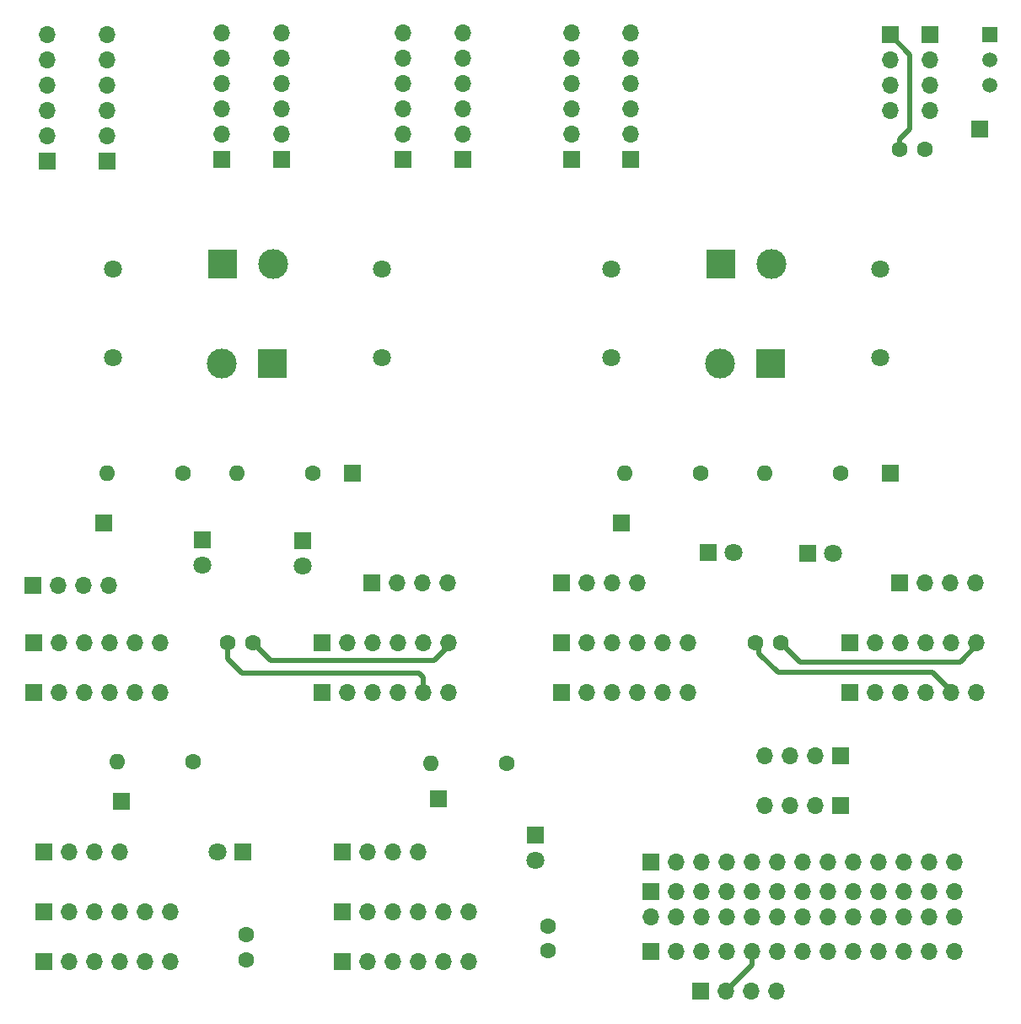
<source format=gbr>
G04 #@! TF.FileFunction,Copper,L1,Top,Signal*
%FSLAX46Y46*%
G04 Gerber Fmt 4.6, Leading zero omitted, Abs format (unit mm)*
G04 Created by KiCad (PCBNEW 4.0.7) date 09/21/21 22:43:12*
%MOMM*%
%LPD*%
G01*
G04 APERTURE LIST*
%ADD10C,0.100000*%
%ADD11R,1.700000X1.700000*%
%ADD12O,1.700000X1.700000*%
%ADD13R,3.000000X3.000000*%
%ADD14C,3.000000*%
%ADD15C,1.800000*%
%ADD16R,1.800000X1.800000*%
%ADD17C,1.600000*%
%ADD18O,1.600000X1.600000*%
%ADD19C,1.520000*%
%ADD20R,1.520000X1.520000*%
%ADD21C,0.500000*%
G04 APERTURE END LIST*
D10*
D11*
X40397000Y-44645000D03*
D12*
X40397000Y-42105000D03*
X40397000Y-39565000D03*
X40397000Y-37025000D03*
X40397000Y-34485000D03*
X40397000Y-31945000D03*
D11*
X34397000Y-44645000D03*
D12*
X34397000Y-42105000D03*
X34397000Y-39565000D03*
X34397000Y-37025000D03*
X34397000Y-34485000D03*
X34397000Y-31945000D03*
D11*
X51923000Y-44521000D03*
D12*
X51923000Y-41981000D03*
X51923000Y-39441000D03*
X51923000Y-36901000D03*
X51923000Y-34361000D03*
X51923000Y-31821000D03*
D11*
X57923000Y-44521000D03*
D12*
X57923000Y-41981000D03*
X57923000Y-39441000D03*
X57923000Y-36901000D03*
X57923000Y-34361000D03*
X57923000Y-31821000D03*
D11*
X70084000Y-44540000D03*
D12*
X70084000Y-42000000D03*
X70084000Y-39460000D03*
X70084000Y-36920000D03*
X70084000Y-34380000D03*
X70084000Y-31840000D03*
D11*
X76084000Y-44540000D03*
D12*
X76084000Y-42000000D03*
X76084000Y-39460000D03*
X76084000Y-36920000D03*
X76084000Y-34380000D03*
X76084000Y-31840000D03*
D13*
X57000000Y-65000000D03*
D14*
X51920000Y-65000000D03*
D15*
X41000000Y-64445000D03*
X41000000Y-55555000D03*
D13*
X52000000Y-55000000D03*
D14*
X57080000Y-55000000D03*
D15*
X68000000Y-64445000D03*
X68000000Y-55555000D03*
D13*
X102000000Y-55000000D03*
D14*
X107080000Y-55000000D03*
D15*
X118000000Y-64445000D03*
X118000000Y-55555000D03*
D13*
X107000000Y-65000000D03*
D14*
X101920000Y-65000000D03*
D15*
X91000000Y-64445000D03*
X91000000Y-55555000D03*
D16*
X49970000Y-82720000D03*
D15*
X49970000Y-85260000D03*
D11*
X33000000Y-98000000D03*
D12*
X35540000Y-98000000D03*
X38080000Y-98000000D03*
X40620000Y-98000000D03*
X43160000Y-98000000D03*
X45700000Y-98000000D03*
D11*
X40000000Y-81000000D03*
X32920000Y-87290000D03*
D12*
X35460000Y-87290000D03*
X38000000Y-87290000D03*
X40540000Y-87290000D03*
D11*
X33000000Y-93000000D03*
D12*
X35540000Y-93000000D03*
X38080000Y-93000000D03*
X40620000Y-93000000D03*
X43160000Y-93000000D03*
X45700000Y-93000000D03*
D11*
X62000000Y-98000000D03*
D12*
X64540000Y-98000000D03*
X67080000Y-98000000D03*
X69620000Y-98000000D03*
X72160000Y-98000000D03*
X74700000Y-98000000D03*
D11*
X67000000Y-87000000D03*
D12*
X69540000Y-87000000D03*
X72080000Y-87000000D03*
X74620000Y-87000000D03*
D11*
X65000000Y-76000000D03*
X62000000Y-93000000D03*
D12*
X64540000Y-93000000D03*
X67080000Y-93000000D03*
X69620000Y-93000000D03*
X72160000Y-93000000D03*
X74700000Y-93000000D03*
D16*
X60000000Y-82750000D03*
D15*
X60000000Y-85290000D03*
D17*
X55000000Y-93000000D03*
X52500000Y-93000000D03*
X108000000Y-93000000D03*
X105500000Y-93000000D03*
X48000000Y-76000000D03*
D18*
X40380000Y-76000000D03*
D17*
X61000000Y-76000000D03*
D18*
X53380000Y-76000000D03*
D16*
X100710000Y-83940000D03*
D15*
X103250000Y-83940000D03*
D11*
X86000000Y-93000000D03*
D12*
X88540000Y-93000000D03*
X91080000Y-93000000D03*
X93620000Y-93000000D03*
X96160000Y-93000000D03*
X98700000Y-93000000D03*
D11*
X92000000Y-81000000D03*
X86000000Y-87000000D03*
D12*
X88540000Y-87000000D03*
X91080000Y-87000000D03*
X93620000Y-87000000D03*
D11*
X86000000Y-98000000D03*
D12*
X88540000Y-98000000D03*
X91080000Y-98000000D03*
X93620000Y-98000000D03*
X96160000Y-98000000D03*
X98700000Y-98000000D03*
D11*
X115000000Y-93000000D03*
D12*
X117540000Y-93000000D03*
X120080000Y-93000000D03*
X122620000Y-93000000D03*
X125160000Y-93000000D03*
X127700000Y-93000000D03*
D11*
X120000000Y-87000000D03*
D12*
X122540000Y-87000000D03*
X125080000Y-87000000D03*
X127620000Y-87000000D03*
D11*
X119000000Y-76000000D03*
X115000000Y-98000000D03*
D12*
X117540000Y-98000000D03*
X120080000Y-98000000D03*
X122620000Y-98000000D03*
X125160000Y-98000000D03*
X127700000Y-98000000D03*
D16*
X110750000Y-84020000D03*
D15*
X113290000Y-84020000D03*
D17*
X100000000Y-76000000D03*
D18*
X92380000Y-76000000D03*
D17*
X114000000Y-76000000D03*
D18*
X106380000Y-76000000D03*
D17*
X54370000Y-124860000D03*
X54370000Y-122360000D03*
D11*
X34000000Y-125000000D03*
D12*
X36540000Y-125000000D03*
X39080000Y-125000000D03*
X41620000Y-125000000D03*
X44160000Y-125000000D03*
X46700000Y-125000000D03*
D11*
X34000000Y-114000000D03*
D12*
X36540000Y-114000000D03*
X39080000Y-114000000D03*
X41620000Y-114000000D03*
D11*
X41830000Y-108940000D03*
X34000000Y-120000000D03*
D12*
X36540000Y-120000000D03*
X39080000Y-120000000D03*
X41620000Y-120000000D03*
X44160000Y-120000000D03*
X46700000Y-120000000D03*
D16*
X54000000Y-114000000D03*
D15*
X51460000Y-114000000D03*
D17*
X49000000Y-105000000D03*
D18*
X41380000Y-105000000D03*
D17*
X84660000Y-123940000D03*
X84660000Y-121440000D03*
D11*
X64000000Y-125000000D03*
D12*
X66540000Y-125000000D03*
X69080000Y-125000000D03*
X71620000Y-125000000D03*
X74160000Y-125000000D03*
X76700000Y-125000000D03*
D11*
X64000000Y-114000000D03*
D12*
X66540000Y-114000000D03*
X69080000Y-114000000D03*
X71620000Y-114000000D03*
D11*
X73660000Y-108712000D03*
X64000000Y-120000000D03*
D12*
X66540000Y-120000000D03*
X69080000Y-120000000D03*
X71620000Y-120000000D03*
X74160000Y-120000000D03*
X76700000Y-120000000D03*
D16*
X83370000Y-112370000D03*
D15*
X83370000Y-114910000D03*
D17*
X80518000Y-105156000D03*
D18*
X72898000Y-105156000D03*
D11*
X100000000Y-128000000D03*
D12*
X102540000Y-128000000D03*
X105080000Y-128000000D03*
X107620000Y-128000000D03*
D11*
X114010000Y-109350000D03*
D12*
X111470000Y-109350000D03*
X108930000Y-109350000D03*
X106390000Y-109350000D03*
D11*
X114010000Y-104350000D03*
D12*
X111470000Y-104350000D03*
X108930000Y-104350000D03*
X106390000Y-104350000D03*
D11*
X95000000Y-118000000D03*
D12*
X95000000Y-120540000D03*
X97540000Y-118000000D03*
X97540000Y-120540000D03*
X100080000Y-118000000D03*
X100080000Y-120540000D03*
X102620000Y-118000000D03*
X102620000Y-120540000D03*
X105160000Y-118000000D03*
X105160000Y-120540000D03*
X107700000Y-118000000D03*
X107700000Y-120540000D03*
X110240000Y-118000000D03*
X110240000Y-120540000D03*
X112780000Y-118000000D03*
X112780000Y-120540000D03*
X115320000Y-118000000D03*
X115320000Y-120540000D03*
X117860000Y-118000000D03*
X117860000Y-120540000D03*
X120400000Y-118000000D03*
X120400000Y-120540000D03*
X122940000Y-118000000D03*
X122940000Y-120540000D03*
X125480000Y-118000000D03*
X125480000Y-120540000D03*
D11*
X95000000Y-124000000D03*
D12*
X97540000Y-124000000D03*
X100080000Y-124000000D03*
X102620000Y-124000000D03*
X105160000Y-124000000D03*
X107700000Y-124000000D03*
X110240000Y-124000000D03*
X112780000Y-124000000D03*
X115320000Y-124000000D03*
X117860000Y-124000000D03*
X120400000Y-124000000D03*
X122940000Y-124000000D03*
X125480000Y-124000000D03*
D11*
X95000000Y-115000000D03*
D12*
X97540000Y-115000000D03*
X100080000Y-115000000D03*
X102620000Y-115000000D03*
X105160000Y-115000000D03*
X107700000Y-115000000D03*
X110240000Y-115000000D03*
X112780000Y-115000000D03*
X115320000Y-115000000D03*
X117860000Y-115000000D03*
X120400000Y-115000000D03*
X122940000Y-115000000D03*
X125480000Y-115000000D03*
D17*
X120000000Y-43500000D03*
X122500000Y-43500000D03*
D11*
X119000000Y-32000000D03*
D12*
X119000000Y-34540000D03*
X119000000Y-37080000D03*
X119000000Y-39620000D03*
D11*
X123000000Y-32000000D03*
D12*
X123000000Y-34540000D03*
X123000000Y-37080000D03*
X123000000Y-39620000D03*
D11*
X128000000Y-41500000D03*
D19*
X129000000Y-34540000D03*
X129000000Y-37080000D03*
D20*
X129000000Y-32000000D03*
D11*
X87000000Y-44500000D03*
D12*
X87000000Y-41960000D03*
X87000000Y-39420000D03*
X87000000Y-36880000D03*
X87000000Y-34340000D03*
X87000000Y-31800000D03*
D11*
X93000000Y-44500000D03*
D12*
X93000000Y-41960000D03*
X93000000Y-39420000D03*
X93000000Y-36880000D03*
X93000000Y-34340000D03*
X93000000Y-31800000D03*
D21*
X74700000Y-93000000D02*
X74700000Y-93390000D01*
X74700000Y-93390000D02*
X73260000Y-94830000D01*
X56830000Y-94830000D02*
X55000000Y-93000000D01*
X73260000Y-94830000D02*
X56830000Y-94830000D01*
X72160000Y-98000000D02*
X72160000Y-96530000D01*
X52500000Y-94640000D02*
X52500000Y-93000000D01*
X53920000Y-96060000D02*
X52500000Y-94640000D01*
X71690000Y-96060000D02*
X53920000Y-96060000D01*
X72160000Y-96530000D02*
X71690000Y-96060000D01*
X127700000Y-93000000D02*
X127700000Y-93300000D01*
X127700000Y-93300000D02*
X126060000Y-94940000D01*
X109940000Y-94940000D02*
X108000000Y-93000000D01*
X126060000Y-94940000D02*
X109940000Y-94940000D01*
X125160000Y-98000000D02*
X125160000Y-97890000D01*
X125160000Y-97890000D02*
X123300000Y-96030000D01*
X105830000Y-94100000D02*
X105830000Y-93330000D01*
X107760000Y-96030000D02*
X105830000Y-94100000D01*
X123300000Y-96030000D02*
X107760000Y-96030000D01*
X105830000Y-93330000D02*
X105500000Y-93000000D01*
X105160000Y-124000000D02*
X105160000Y-125380000D01*
X105160000Y-125380000D02*
X102540000Y-128000000D01*
X120000000Y-43500000D02*
X120000000Y-42500000D01*
X121000000Y-34000000D02*
X119000000Y-32000000D01*
X121000000Y-41500000D02*
X121000000Y-34000000D01*
X120000000Y-42500000D02*
X121000000Y-41500000D01*
M02*

</source>
